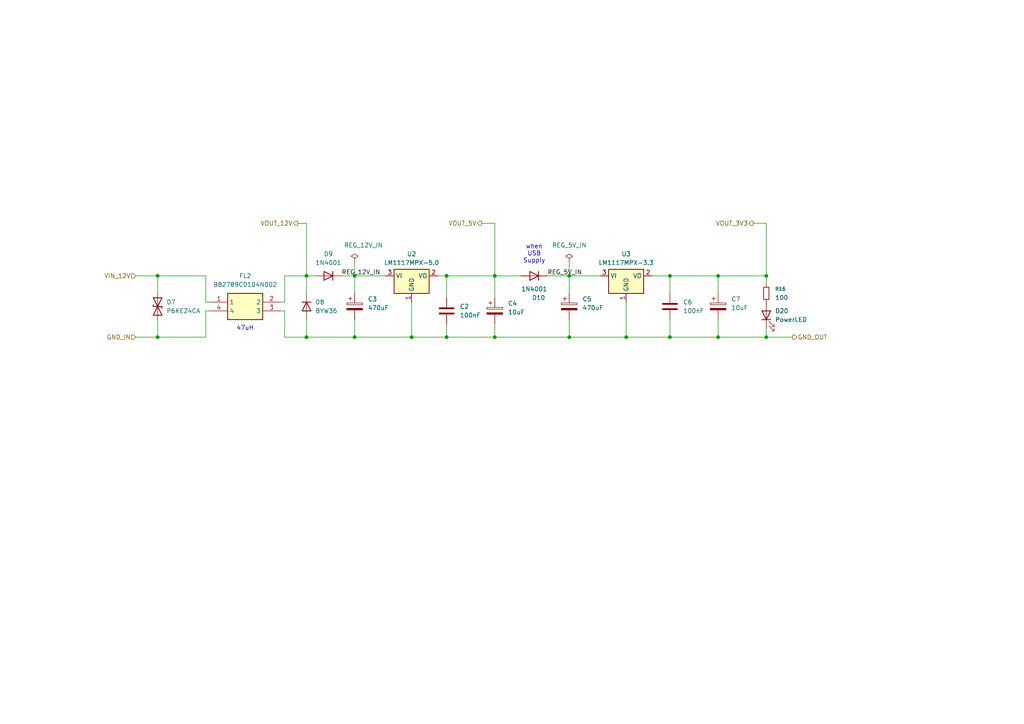
<source format=kicad_sch>
(kicad_sch (version 20250114) (generator "eeschema") (generator_version "9.0")
  (paper "A4")
  (lib_symbols
    (symbol "B82789S0223N002:B82789S0223N002"
      (property "Reference" "FL" (at 16.51 7.62 0))
      (property "Value" "B82789S0223N002" (at 16.51 5.08 0))
      (symbol "B82789S0223N002_1_1"
        (rectangle (start 5.08 2.54) (end 15.24 -5.08) (stroke (width 0.254)) (fill (type background)))
        (pin passive line (at 0 0 0) (length 5.08) (name "4") (number "4"))
        (pin passive line (at 0 -2.54 0) (length 5.08) (name "1") (number "1"))
        (pin passive line (at 20.32 0 180) (length 5.08) (name "3") (number "3"))
        (pin passive line (at 20.32 -2.54 180) (length 5.08) (name "2") (number "2"))
      )
    )
    (symbol "Device:C" (pin_numbers (hide yes)) (pin_names (offset 0.254))
      (property "Reference" "C" (at 0.635 2.54 0))
      (property "Value" "C" (at 0.635 -2.54 0))
      (symbol "C_0_1"
        (polyline (pts (xy -2.032 0.762) (xy 2.032 0.762)) (stroke (width 0.508)))
        (polyline (pts (xy -2.032 -0.762) (xy 2.032 -0.762)) (stroke (width 0.508)))
      )
      (symbol "C_1_1"
        (pin passive line (at 0 3.81 270) (length 2.794) (name "~") (number "1"))
        (pin passive line (at 0 -3.81 90) (length 2.794) (name "~") (number "2"))
      )
    )
    (symbol "Device:C_Polarized" (pin_numbers (hide yes)) (pin_names (offset 0.254))
      (property "Reference" "C" (at 0.635 2.54 0))
      (property "Value" "C_Polarized" (at 0.635 -2.54 0))
      (symbol "C_Polarized_0_1"
        (rectangle (start -2.286 0.508) (end 2.286 1.016))
        (polyline (pts (xy -1.778 2.286) (xy -0.762 2.286)))
        (polyline (pts (xy -1.27 2.794) (xy -1.27 1.778)))
        (rectangle (start 2.286 -0.508) (end -2.286 -1.016) (fill (type outline)))
      )
      (symbol "C_Polarized_1_1"
        (pin passive line (at 0 3.81 270) (length 2.794) (name "~") (number "1"))
        (pin passive line (at 0 -3.81 90) (length 2.794) (name "~") (number "2"))
      )
    )
    (symbol "Device:LED" (pin_numbers (hide yes)) (pin_names (offset 1.016) (hide yes))
      (property "Reference" "D" (at 0 2.54 0))
      (property "Value" "LED" (at 0 -2.54 0))
      (symbol "LED_0_1"
        (polyline (pts (xy -3.048 -0.762) (xy -4.572 -2.286) (xy -3.81 -2.286) (xy -4.572 -2.286) (xy -4.572 -1.524)))
        (polyline (pts (xy -1.778 -0.762) (xy -3.302 -2.286) (xy -2.54 -2.286) (xy -3.302 -2.286) (xy -3.302 -1.524)))
        (polyline (pts (xy -1.27 0) (xy 1.27 0)))
        (polyline (pts (xy -1.27 -1.27) (xy -1.27 1.27)) (stroke (width 0.254)))
        (polyline (pts (xy 1.27 -1.27) (xy 1.27 1.27) (xy -1.27 0) (xy 1.27 -1.27)) (stroke (width 0.254)))
      )
      (symbol "LED_1_1"
        (pin passive line (at -3.81 0 0) (length 2.54) (name "K") (number "1"))
        (pin passive line (at 3.81 0 180) (length 2.54) (name "A") (number "2"))
      )
    )
    (symbol "Device:R_Small" (pin_numbers (hide yes)) (pin_names (offset 0.254) (hide yes))
      (property "Reference" "R" (at 0 0 90))
      (property "Value" "R_Small" (at 1.778 0 90))
      (symbol "R_Small_0_1"
        (rectangle (start -0.762 1.778) (end 0.762 -1.778) (stroke (width 0.2032)))
      )
      (symbol "R_Small_1_1"
        (pin passive line (at 0 2.54 270) (length 0.762) (name "~") (number "1"))
        (pin passive line (at 0 -2.54 90) (length 0.762) (name "~") (number "2"))
      )
    )
    (symbol "Diode:1N4001" (pin_numbers (hide yes)) (pin_names (hide yes))
      (property "Reference" "D" (at 0 2.54 0))
      (property "Value" "1N4001" (at 0 -2.54 0))
      (symbol "1N4001_0_1"
        (polyline (pts (xy -1.27 1.27) (xy -1.27 -1.27)) (stroke (width 0.254)))
        (polyline (pts (xy 1.27 1.27) (xy 1.27 -1.27) (xy -1.27 0) (xy 1.27 1.27)) (stroke (width 0.254)))
        (polyline (pts (xy 1.27 0) (xy -1.27 0)))
      )
      (symbol "1N4001_1_1"
        (pin passive line (at -3.81 0 0) (length 2.54) (name "K") (number "1"))
        (pin passive line (at 3.81 0 180) (length 2.54) (name "A") (number "2"))
      )
    )
    (symbol "Diode:1N914" (pin_numbers (hide yes)) (pin_names (hide yes))
      (property "Reference" "D" (at 0 2.54 0))
      (property "Value" "1N914" (at 0 -2.54 0))
      (symbol "1N914_0_1"
        (polyline (pts (xy -1.27 1.27) (xy -1.27 -1.27)) (stroke (width 0.254)))
        (polyline (pts (xy 1.27 1.27) (xy 1.27 -1.27) (xy -1.27 0) (xy 1.27 1.27)) (stroke (width 0.254)))
        (polyline (pts (xy 1.27 0) (xy -1.27 0)))
      )
      (symbol "1N914_1_1"
        (pin passive line (at -3.81 0 0) (length 2.54) (name "K") (number "1"))
        (pin passive line (at 3.81 0 180) (length 2.54) (name "A") (number "2"))
      )
    )
    (symbol "Diode:5KPxxCA" (pin_numbers (hide yes)) (pin_names (offset 1.016) (hide yes))
      (property "Reference" "D" (at 0 2.54 0))
      (property "Value" "5KPxxCA" (at 0 -2.54 0))
      (symbol "5KPxxCA_0_1"
        (polyline (pts (xy -2.54 -1.27) (xy 0 0) (xy -2.54 1.27) (xy -2.54 -1.27)) (stroke (width 0.254)))
        (polyline (pts (xy 0.508 1.27) (xy 0 1.27) (xy 0 -1.27) (xy -0.508 -1.27)) (stroke (width 0.254)))
        (polyline (pts (xy 1.27 0) (xy -1.27 0)))
        (polyline (pts (xy 2.54 1.27) (xy 2.54 -1.27) (xy 0 0) (xy 2.54 1.27)) (stroke (width 0.254)))
      )
      (symbol "5KPxxCA_1_1"
        (pin passive line (at -3.81 0 0) (length 2.54) (name "A1") (number "1"))
        (pin passive line (at 3.81 0 180) (length 2.54) (name "A2") (number "2"))
      )
    )
    (symbol "Regulator_Linear:LM1117MP-3.3"
      (property "Reference" "U" (at -3.81 3.175 0))
      (property "Value" "LM1117MP-3.3" (at 0 3.175 0))
      (symbol "LM1117MP-3.3_0_1"
        (rectangle (start -5.08 -5.08) (end 5.08 1.905) (stroke (width 0.254)) (fill (type background)))
      )
      (symbol "LM1117MP-3.3_1_1"
        (pin power_in line (at -7.62 0 0) (length 2.54) (name "VI") (number "3"))
        (pin power_in line (at 0 -7.62 90) (length 2.54) (name "GND") (number "1"))
        (pin power_out line (at 7.62 0 180) (length 2.54) (name "VO") (number "2"))
      )
    )
    (symbol "Regulator_Linear:LM1117MP-5.0"
      (property "Reference" "U" (at -3.81 3.175 0))
      (property "Value" "LM1117MP-5.0" (at 0 3.175 0))
      (symbol "LM1117MP-5.0_0_1"
        (rectangle (start -5.08 -5.08) (end 5.08 1.905) (stroke (width 0.254)) (fill (type background)))
      )
      (symbol "LM1117MP-5.0_1_1"
        (pin power_in line (at -7.62 0 0) (length 2.54) (name "VI") (number "3"))
        (pin power_in line (at 0 -7.62 90) (length 2.54) (name "GND") (number "1"))
        (pin power_out line (at 7.62 0 180) (length 2.54) (name "VO") (number "2"))
      )
    )
    (symbol "power:PWR_FLAG" (power) (pin_numbers (hide yes)) (pin_names (offset 0) (hide yes))
      (property "Value" "PWR_FLAG" (at 0 3.81 0))
      (symbol "PWR_FLAG_0_0"
        (pin power_out line (at 0 0 90) (length 0) (name "~") (number "1"))
      )
      (symbol "PWR_FLAG_0_1"
        (polyline (pts (xy 0 0) (xy 0 1.27) (xy -1.016 1.905) (xy 0 2.54) (xy 1.016 1.905) (xy 0 1.27)))
      )
    )
  )
  (text "when\nUSB\nSupply\n" (at 154.94 73.66 0) (effects (font (size 1.27 1.27))))
  (text "47uH" (at 71.12 95.25 0) (effects (font (size 1.27 1.27))))
  (junction (at 102.87 97.79))
  (junction (at 88.9 80.01))
  (junction (at 208.28 97.79))
  (junction (at 165.1 97.79))
  (junction (at 102.87 80.01))
  (junction (at 143.51 97.79))
  (junction (at 194.31 97.79))
  (junction (at 222.25 80.01))
  (junction (at 129.54 97.79))
  (junction (at 119.38 97.79))
  (junction (at 88.9 97.79))
  (junction (at 143.51 80.01))
  (junction (at 165.1 80.01))
  (junction (at 222.25 97.79))
  (junction (at 45.72 97.79))
  (junction (at 181.61 97.79))
  (junction (at 129.54 80.01))
  (junction (at 194.31 80.01))
  (junction (at 208.28 80.01))
  (junction (at 45.72 80.01))
  (wire (pts (xy 88.9 80.01) (xy 88.9 85.09)))
  (wire (pts (xy 119.38 97.79) (xy 129.54 97.79)))
  (wire (pts (xy 82.55 90.17) (xy 82.55 97.79)))
  (wire (pts (xy 129.54 80.01) (xy 129.54 86.36)))
  (wire (pts (xy 165.1 92.71) (xy 165.1 97.79)))
  (wire (pts (xy 222.25 64.77) (xy 222.25 80.01)))
  (wire (pts (xy 127 80.01) (xy 129.54 80.01)))
  (wire (pts (xy 165.1 80.01) (xy 165.1 85.09)))
  (wire (pts (xy 181.61 97.79) (xy 194.31 97.79)))
  (wire (pts (xy 102.87 80.01) (xy 111.76 80.01)))
  (wire (pts (xy 165.1 97.79) (xy 181.61 97.79)))
  (wire (pts (xy 165.1 80.01) (xy 173.99 80.01)))
  (wire (pts (xy 39.37 97.79) (xy 45.72 97.79)))
  (wire (pts (xy 82.55 97.79) (xy 88.9 97.79)))
  (wire (pts (xy 119.38 87.63) (xy 119.38 97.79)))
  (wire (pts (xy 208.28 92.71) (xy 208.28 97.79)))
  (wire (pts (xy 208.28 97.79) (xy 222.25 97.79)))
  (wire (pts (xy 143.51 80.01) (xy 143.51 86.36)))
  (wire (pts (xy 99.06 80.01) (xy 102.87 80.01)))
  (wire (pts (xy 102.87 80.01) (xy 102.87 85.09)))
  (wire (pts (xy 143.51 97.79) (xy 165.1 97.79)))
  (wire (pts (xy 45.72 80.01) (xy 59.69 80.01)))
  (wire (pts (xy 82.55 90.17) (xy 81.28 90.17)))
  (wire (pts (xy 86.36 64.77) (xy 88.9 64.77)))
  (wire (pts (xy 158.75 80.01) (xy 165.1 80.01)))
  (wire (pts (xy 88.9 64.77) (xy 88.9 80.01)))
  (wire (pts (xy 143.51 64.77) (xy 143.51 80.01)))
  (wire (pts (xy 222.25 64.77) (xy 218.44 64.77)))
  (wire (pts (xy 222.25 80.01) (xy 222.25 82.55)))
  (wire (pts (xy 189.23 80.01) (xy 194.31 80.01)))
  (wire (pts (xy 222.25 95.25) (xy 222.25 97.79)))
  (wire (pts (xy 165.1 76.2) (xy 165.1 80.01)))
  (wire (pts (xy 143.51 93.98) (xy 143.51 97.79)))
  (wire (pts (xy 82.55 80.01) (xy 82.55 87.63)))
  (wire (pts (xy 222.25 80.01) (xy 208.28 80.01)))
  (wire (pts (xy 59.69 90.17) (xy 59.69 97.79)))
  (wire (pts (xy 194.31 80.01) (xy 208.28 80.01)))
  (wire (pts (xy 45.72 92.71) (xy 45.72 97.79)))
  (wire (pts (xy 143.51 80.01) (xy 151.13 80.01)))
  (wire (pts (xy 194.31 80.01) (xy 194.31 85.09)))
  (wire (pts (xy 88.9 80.01) (xy 91.44 80.01)))
  (wire (pts (xy 102.87 92.71) (xy 102.87 97.79)))
  (wire (pts (xy 102.87 97.79) (xy 88.9 97.79)))
  (wire (pts (xy 222.25 97.79) (xy 229.87 97.79)))
  (wire (pts (xy 208.28 80.01) (xy 208.28 85.09)))
  (wire (pts (xy 129.54 80.01) (xy 143.51 80.01)))
  (wire (pts (xy 59.69 87.63) (xy 60.96 87.63)))
  (wire (pts (xy 45.72 97.79) (xy 59.69 97.79)))
  (wire (pts (xy 139.7 64.77) (xy 143.51 64.77)))
  (wire (pts (xy 129.54 93.98) (xy 129.54 97.79)))
  (wire (pts (xy 82.55 80.01) (xy 88.9 80.01)))
  (wire (pts (xy 194.31 92.71) (xy 194.31 97.79)))
  (wire (pts (xy 81.28 87.63) (xy 82.55 87.63)))
  (wire (pts (xy 143.51 97.79) (xy 129.54 97.79)))
  (wire (pts (xy 88.9 92.71) (xy 88.9 97.79)))
  (wire (pts (xy 59.69 90.17) (xy 60.96 90.17)))
  (wire (pts (xy 102.87 76.2) (xy 102.87 80.01)))
  (wire (pts (xy 45.72 80.01) (xy 45.72 85.09)))
  (wire (pts (xy 39.37 80.01) (xy 45.72 80.01)))
  (wire (pts (xy 194.31 97.79) (xy 208.28 97.79)))
  (wire (pts (xy 181.61 87.63) (xy 181.61 97.79)))
  (wire (pts (xy 59.69 80.01) (xy 59.69 87.63)))
  (wire (pts (xy 119.38 97.79) (xy 102.87 97.79)))
  (label "REG_5V_IN" (at 158.75 80.01 0))
  (label "REG_12V_IN" (at 99.06 80.01 0))
  (hierarchical_label "VOUT_3V3" (shape output) (at 218.44 64.77 180))
  (hierarchical_label "GND_IN" (shape input) (at 39.37 97.79 180))
  (hierarchical_label "VIN_12V" (shape input) (at 39.37 80.01 180))
  (hierarchical_label "VOUT_12V" (shape output) (at 86.36 64.77 180))
  (hierarchical_label "VOUT_5V" (shape output) (at 139.7 64.77 180))
  (hierarchical_label "GND_OUT" (shape output) (at 229.87 97.79 0))
  (symbol (lib_id "Diode:1N914") (at 88.9 88.9 270) (unit 1)
    (property "Reference" "D8" (at 91.44 87.6299 90) (effects (justify left)))
    (property "Value" "BYW36" (at 91.44 90.1699 90) (effects (justify left)))
    (property "Footprint" "Diode_THT:D_A-405_P7.62mm_Horizontal" (effects (hide yes)))
    (property "Description" "BYW95A" (effects (hide yes)))
    (property "Sim.Device" "D" (effects (hide yes)))
    (property "Sim.Pins" "1=K 2=A" (effects (hide yes)))
  )
  (symbol (lib_id "power:PWR_FLAG") (at 102.87 76.2 0) (unit 1)
    (property "Reference" "#FLG01" (effects (hide yes)))
    (property "Value" "REG_12V_IN" (at 105.41 71.12 0))
    (property "Description" "Special symbol for telling ERC where power comes from" (effects (hide yes)))
  )
  (symbol (lib_id "Device:C_Polarized") (at 165.1 88.9 0) (unit 1)
    (property "Reference" "C5" (at 168.91 86.7409 0) (effects (justify left)))
    (property "Value" "470uF" (at 168.91 89.2809 0) (effects (justify left)))
    (property "Footprint" "Capacitor_SMD:CP_Elec_10x10" (effects (hide yes)))
    (property "Description" "Polarized capacitor" (effects (hide yes)))
  )
  (symbol (lib_id "Device:C_Polarized") (at 102.87 88.9 0) (unit 1)
    (property "Reference" "C3" (at 106.68 86.7409 0) (effects (justify left)))
    (property "Value" "470uF" (at 106.68 89.2809 0) (effects (justify left)))
    (property "Footprint" "Capacitor_SMD:CP_Elec_10x10" (effects (hide yes)))
    (property "Description" "Polarized capacitor" (effects (hide yes)))
  )
  (symbol (lib_id "Diode:1N4001") (at 95.25 80.01 180) (unit 1)
    (property "Reference" "D9" (at 95.25 73.66 0))
    (property "Value" "1N4001" (at 95.25 76.2 0))
    (property "Footprint" "Diode_THT:D_DO-41_SOD81_P10.16mm_Horizontal" (effects (hide yes)))
    (property "Datasheet" "http://www.vishay.com/docs/88503/1n4001.pdf" (effects (hide yes)))
    (property "Description" "50V 1A General Purpose Rectifier Diode, DO-41" (effects (hide yes)))
    (property "Sim.Device" "D" (effects (hide yes)))
    (property "Sim.Pins" "1=K 2=A" (effects (hide yes)))
  )
  (symbol (lib_id "power:PWR_FLAG") (at 165.1 76.2 0) (unit 1)
    (property "Reference" "#FLG02" (effects (hide yes)))
    (property "Value" "REG_5V_IN" (at 165.1 71.12 0))
    (property "Description" "Special symbol for telling ERC where power comes from" (effects (hide yes)))
  )
  (symbol (lib_id "Device:C") (at 194.31 88.9 0) (unit 1)
    (property "Reference" "C6" (at 198.12 87.6299 0) (effects (justify left)))
    (property "Value" "100nF" (at 198.12 90.1699 0) (effects (justify left)))
    (property "Footprint" "Capacitor_SMD:C_1206_3216Metric_Pad1.33x1.80mm_HandSolder" (effects (hide yes)))
    (property "Description" "Unpolarized capacitor" (effects (hide yes)))
  )
  (symbol (lib_id "Diode:1N4001") (at 154.94 80.01 180) (unit 1)
    (property "Reference" "D10" (at 156.21 86.36 0))
    (property "Value" "1N4001" (at 154.94 83.82 0))
    (property "Footprint" "Diode_THT:D_DO-41_SOD81_P10.16mm_Horizontal" (effects (hide yes)))
    (property "Datasheet" "http://www.vishay.com/docs/88503/1n4001.pdf" (effects (hide yes)))
    (property "Description" "50V 1A General Purpose Rectifier Diode, DO-41" (effects (hide yes)))
    (property "Sim.Device" "D" (effects (hide yes)))
    (property "Sim.Pins" "1=K 2=A" (effects (hide yes)))
  )
  (symbol (lib_id "Regulator_Linear:LM1117MP-5.0") (at 119.38 80.01 0) (unit 1)
    (property "Reference" "U2" (at 119.38 73.66 0))
    (property "Value" "LM1117MPX-5.0" (at 119.38 76.2 0))
    (property "Footprint" "Package_TO_SOT_SMD:SOT-223-3_TabPin2" (effects (hide yes)))
    (property "Datasheet" "http://www.ti.com/lit/ds/symlink/lm1117.pdf" (effects (hide yes)))
    (property "Description" "800mA Low-Dropout Linear Regulator, 5.0V fixed output, SOT-223" (effects (hide yes)))
  )
  (symbol (lib_id "Device:C_Polarized") (at 143.51 90.17 0) (unit 1)
    (property "Reference" "C4" (at 147.32 88.0109 0) (effects (justify left)))
    (property "Value" "10uF" (at 147.32 90.5509 0) (effects (justify left)))
    (property "Footprint" "Capacitor_SMD:CP_Elec_6.3x5.8" (effects (hide yes)))
    (property "Description" "Polarized capacitor" (effects (hide yes)))
  )
  (symbol (lib_id "B82789S0223N002:B82789S0223N002") (at 60.96 90.17 0) (mirror x) (unit 1)
    (property "Reference" "FL2" (at 71.12 80.01 0))
    (property "Value" "B82789C0104N002" (at 71.12 82.55 0))
    (property "Footprint" "B82789S0223N002" (effects (hide yes)))
    (property "Datasheet" "https://product.tdk.com/system/files/dam/doc/product/emc/emc/cmf_cmc/data_sheet/30/db/ind_2008/b82789c0_s0.pdf" (effects (hide yes)))
    (property "Description" "Common Mode Filters / Chokes, |Z|=1200? at 10MHz, L x W x T :" (effects (hide yes)))
    (property "Height" "3" (effects (hide yes)))
    (property "Manufacturer_Name" "TDK" (effects (hide yes)))
    (property "Manufacturer_Part_Number" "B82789S0223N002" (effects (hide yes)))
    (property "Mouser Part Number" "871-B82789S0223N002" (effects (hide yes)))
    (property "Mouser Price/Stock" "https://www.mouser.co.uk/ProductDetail/EPCOS-TDK/B82789S0223N002?qs=pGJ4H8VyKtWz%2FZfHxxtF5g%3D%3D" (effects (hide yes)))
    (property "Arrow Part Number" "B82789S0223N002" (effects (hide yes)))
    (property "Arrow Price/Stock" "https://www.arrow.com/en/products/b82789s0223n002/tdk?region=nac" (effects (hide yes)))
  )
  (symbol (lib_id "Regulator_Linear:LM1117MP-3.3") (at 181.61 80.01 0) (unit 1)
    (property "Reference" "U3" (at 181.61 73.66 0))
    (property "Value" "LM1117MPX-3.3" (at 181.61 76.2 0))
    (property "Footprint" "Package_TO_SOT_SMD:SOT-223-3_TabPin2" (effects (hide yes)))
    (property "Datasheet" "http://www.ti.com/lit/ds/symlink/lm1117.pdf" (effects (hide yes)))
    (property "Description" "800mA Low-Dropout Linear Regulator, 3.3V fixed output, SOT-223" (effects (hide yes)))
  )
  (symbol (lib_id "Device:C") (at 129.54 90.17 0) (unit 1)
    (property "Reference" "C2" (at 133.35 88.8999 0) (effects (justify left)))
    (property "Value" "100nF" (at 133.35 91.4399 0) (effects (justify left)))
    (property "Footprint" "Capacitor_SMD:C_1206_3216Metric_Pad1.33x1.80mm_HandSolder" (effects (hide yes)))
    (property "Description" "Unpolarized capacitor" (effects (hide yes)))
  )
  (symbol (lib_id "Device:LED") (at 222.25 91.44 90) (unit 1)
    (property "Reference" "D20" (at 224.79 90.17 90) (effects (justify right)))
    (property "Value" "PowerLED" (at 224.79 92.71 90) (effects (justify right)))
    (property "Footprint" "LED_SMD:LED_1206_3216Metric_Pad1.42x1.75mm_HandSolder" (effects (hide yes)))
    (property "Description" "Light emitting diode" (effects (hide yes)))
    (property "Sim.Pins" "1=K 2=A" (effects (hide yes)))
  )
  (symbol (lib_id "Device:R_Small") (at 222.25 85.09 0) (unit 1)
    (property "Reference" "R16" (at 224.79 83.8199 0) (effects (font (size 1.016 1.016)) (justify left)))
    (property "Value" "100" (at 224.79 86.3599 0) (effects (justify left)))
    (property "Footprint" "Resistor_SMD:R_1206_3216Metric_Pad1.30x1.75mm_HandSolder" (effects (hide yes)))
    (property "Description" "Resistor, small symbol" (effects (hide yes)))
  )
  (symbol (lib_id "Diode:5KPxxCA") (at 45.72 88.9 90) (unit 1)
    (property "Reference" "D7" (at 48.26 87.6299 90) (effects (justify right)))
    (property "Value" "P6KE24CA" (at 48.26 90.1699 90) (effects (justify right)))
    (property "Footprint" "Diode_SMD:D_SMB_Handsoldering" (effects (hide yes)))
  )
  (symbol (lib_id "Device:C_Polarized") (at 208.28 88.9 0) (unit 1)
    (property "Reference" "C7" (at 212.09 86.7409 0) (effects (justify left)))
    (property "Value" "10uF" (at 212.09 89.2809 0) (effects (justify left)))
    (property "Footprint" "Capacitor_SMD:CP_Elec_6.3x5.8" (effects (hide yes)))
    (property "Description" "Polarized capacitor" (effects (hide yes)))
  )
)
</source>
